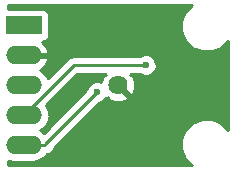
<source format=gbl>
G04 #@! TF.FileFunction,Copper,L2,Bot,Signal*
%FSLAX46Y46*%
G04 Gerber Fmt 4.6, Leading zero omitted, Abs format (unit mm)*
G04 Created by KiCad (PCBNEW 4.0.1-stable) date 2017/04/29 17:49:22*
%MOMM*%
G01*
G04 APERTURE LIST*
%ADD10C,0.050000*%
%ADD11R,3.048000X1.524000*%
%ADD12O,3.048000X1.524000*%
%ADD13C,1.625000*%
%ADD14C,0.800000*%
%ADD15C,0.600000*%
%ADD16C,0.300000*%
%ADD17C,0.250000*%
%ADD18C,0.254000*%
G04 APERTURE END LIST*
D10*
D11*
X142000000Y-102420000D03*
D12*
X142000000Y-104960000D03*
X142000000Y-107500000D03*
X142000000Y-110040000D03*
X142000000Y-112580000D03*
D13*
X150000000Y-107500000D03*
D14*
X147000000Y-107500000D03*
X146000000Y-104500000D03*
X144500000Y-110000000D03*
X149500000Y-112000000D03*
X153500000Y-105500000D03*
D15*
X152361000Y-105797900D03*
X148213800Y-108081400D03*
D16*
X144500000Y-110000000D02*
X147000000Y-107500000D01*
D17*
X146242100Y-105797900D02*
X142000000Y-110040000D01*
X152361000Y-105797900D02*
X146242100Y-105797900D01*
X143849300Y-112445900D02*
X143849300Y-112580000D01*
X148213800Y-108081400D02*
X143849300Y-112445900D01*
X142000000Y-112580000D02*
X143849300Y-112580000D01*
D18*
G36*
X155691091Y-101289041D02*
X155365372Y-102073459D01*
X155364630Y-102922815D01*
X155688980Y-103707800D01*
X156289041Y-104308909D01*
X157073459Y-104634628D01*
X157922815Y-104635370D01*
X158707800Y-104311020D01*
X159290000Y-103729835D01*
X159290000Y-111271143D01*
X158710959Y-110691091D01*
X157926541Y-110365372D01*
X157077185Y-110364630D01*
X156292200Y-110688980D01*
X155691091Y-111289041D01*
X155365372Y-112073459D01*
X155364630Y-112922815D01*
X155688980Y-113707800D01*
X156270165Y-114290000D01*
X140710000Y-114290000D01*
X140710000Y-113880388D01*
X141195703Y-113977000D01*
X142804297Y-113977000D01*
X143338906Y-113870660D01*
X143792125Y-113567828D01*
X143958926Y-113318194D01*
X144140139Y-113282148D01*
X144386701Y-113117401D01*
X144551448Y-112870839D01*
X144564431Y-112805571D01*
X148353480Y-109016522D01*
X148398967Y-109016562D01*
X148742743Y-108874517D01*
X149005992Y-108611727D01*
X149012469Y-108596129D01*
X149047974Y-108631634D01*
X149162807Y-108516801D01*
X149238475Y-108764214D01*
X149780237Y-108959405D01*
X150355455Y-108932414D01*
X150761525Y-108764214D01*
X150837194Y-108516799D01*
X150000000Y-107679605D01*
X149985858Y-107693748D01*
X149806253Y-107514143D01*
X149820395Y-107500000D01*
X149806253Y-107485858D01*
X149985858Y-107306253D01*
X150000000Y-107320395D01*
X150014143Y-107306253D01*
X150193748Y-107485858D01*
X150179605Y-107500000D01*
X151016799Y-108337194D01*
X151264214Y-108261525D01*
X151459405Y-107719763D01*
X151432414Y-107144545D01*
X151264214Y-106738475D01*
X151016801Y-106662807D01*
X151121708Y-106557900D01*
X151798537Y-106557900D01*
X151830673Y-106590092D01*
X152174201Y-106732738D01*
X152546167Y-106733062D01*
X152889943Y-106591017D01*
X153153192Y-106328227D01*
X153295838Y-105984699D01*
X153296162Y-105612733D01*
X153154117Y-105268957D01*
X152891327Y-105005708D01*
X152547799Y-104863062D01*
X152175833Y-104862738D01*
X151832057Y-105004783D01*
X151798882Y-105037900D01*
X146242100Y-105037900D01*
X145951260Y-105095752D01*
X145704699Y-105260499D01*
X144056845Y-106908353D01*
X143792125Y-106512172D01*
X143354338Y-106219651D01*
X143413941Y-106202059D01*
X143839630Y-105858026D01*
X144101260Y-105377277D01*
X144116220Y-105303070D01*
X143993720Y-105087000D01*
X142127000Y-105087000D01*
X142127000Y-105107000D01*
X141873000Y-105107000D01*
X141873000Y-105087000D01*
X141853000Y-105087000D01*
X141853000Y-104833000D01*
X141873000Y-104833000D01*
X141873000Y-104813000D01*
X142127000Y-104813000D01*
X142127000Y-104833000D01*
X143993720Y-104833000D01*
X144116220Y-104616930D01*
X144101260Y-104542723D01*
X143839630Y-104061974D01*
X143546634Y-103825181D01*
X143759317Y-103785162D01*
X143975441Y-103646090D01*
X144120431Y-103433890D01*
X144171440Y-103182000D01*
X144171440Y-101658000D01*
X144127162Y-101422683D01*
X143988090Y-101206559D01*
X143775890Y-101061569D01*
X143524000Y-101010560D01*
X140710000Y-101010560D01*
X140710000Y-100710000D01*
X156271143Y-100710000D01*
X155691091Y-101289041D01*
X155691091Y-101289041D01*
G37*
X155691091Y-101289041D02*
X155365372Y-102073459D01*
X155364630Y-102922815D01*
X155688980Y-103707800D01*
X156289041Y-104308909D01*
X157073459Y-104634628D01*
X157922815Y-104635370D01*
X158707800Y-104311020D01*
X159290000Y-103729835D01*
X159290000Y-111271143D01*
X158710959Y-110691091D01*
X157926541Y-110365372D01*
X157077185Y-110364630D01*
X156292200Y-110688980D01*
X155691091Y-111289041D01*
X155365372Y-112073459D01*
X155364630Y-112922815D01*
X155688980Y-113707800D01*
X156270165Y-114290000D01*
X140710000Y-114290000D01*
X140710000Y-113880388D01*
X141195703Y-113977000D01*
X142804297Y-113977000D01*
X143338906Y-113870660D01*
X143792125Y-113567828D01*
X143958926Y-113318194D01*
X144140139Y-113282148D01*
X144386701Y-113117401D01*
X144551448Y-112870839D01*
X144564431Y-112805571D01*
X148353480Y-109016522D01*
X148398967Y-109016562D01*
X148742743Y-108874517D01*
X149005992Y-108611727D01*
X149012469Y-108596129D01*
X149047974Y-108631634D01*
X149162807Y-108516801D01*
X149238475Y-108764214D01*
X149780237Y-108959405D01*
X150355455Y-108932414D01*
X150761525Y-108764214D01*
X150837194Y-108516799D01*
X150000000Y-107679605D01*
X149985858Y-107693748D01*
X149806253Y-107514143D01*
X149820395Y-107500000D01*
X149806253Y-107485858D01*
X149985858Y-107306253D01*
X150000000Y-107320395D01*
X150014143Y-107306253D01*
X150193748Y-107485858D01*
X150179605Y-107500000D01*
X151016799Y-108337194D01*
X151264214Y-108261525D01*
X151459405Y-107719763D01*
X151432414Y-107144545D01*
X151264214Y-106738475D01*
X151016801Y-106662807D01*
X151121708Y-106557900D01*
X151798537Y-106557900D01*
X151830673Y-106590092D01*
X152174201Y-106732738D01*
X152546167Y-106733062D01*
X152889943Y-106591017D01*
X153153192Y-106328227D01*
X153295838Y-105984699D01*
X153296162Y-105612733D01*
X153154117Y-105268957D01*
X152891327Y-105005708D01*
X152547799Y-104863062D01*
X152175833Y-104862738D01*
X151832057Y-105004783D01*
X151798882Y-105037900D01*
X146242100Y-105037900D01*
X145951260Y-105095752D01*
X145704699Y-105260499D01*
X144056845Y-106908353D01*
X143792125Y-106512172D01*
X143354338Y-106219651D01*
X143413941Y-106202059D01*
X143839630Y-105858026D01*
X144101260Y-105377277D01*
X144116220Y-105303070D01*
X143993720Y-105087000D01*
X142127000Y-105087000D01*
X142127000Y-105107000D01*
X141873000Y-105107000D01*
X141873000Y-105087000D01*
X141853000Y-105087000D01*
X141853000Y-104833000D01*
X141873000Y-104833000D01*
X141873000Y-104813000D01*
X142127000Y-104813000D01*
X142127000Y-104833000D01*
X143993720Y-104833000D01*
X144116220Y-104616930D01*
X144101260Y-104542723D01*
X143839630Y-104061974D01*
X143546634Y-103825181D01*
X143759317Y-103785162D01*
X143975441Y-103646090D01*
X144120431Y-103433890D01*
X144171440Y-103182000D01*
X144171440Y-101658000D01*
X144127162Y-101422683D01*
X143988090Y-101206559D01*
X143775890Y-101061569D01*
X143524000Y-101010560D01*
X140710000Y-101010560D01*
X140710000Y-100710000D01*
X156271143Y-100710000D01*
X155691091Y-101289041D01*
G36*
X148983199Y-106662807D02*
X148735786Y-106738475D01*
X148564270Y-107214525D01*
X148400599Y-107146562D01*
X148028633Y-107146238D01*
X147684857Y-107288283D01*
X147421608Y-107551073D01*
X147278962Y-107894601D01*
X147278921Y-107941477D01*
X143693875Y-111526523D01*
X143369826Y-111310000D01*
X143792125Y-111027828D01*
X144094957Y-110574609D01*
X144201297Y-110040000D01*
X144094957Y-109505391D01*
X143900474Y-109214328D01*
X146556902Y-106557900D01*
X148878292Y-106557900D01*
X148983199Y-106662807D01*
X148983199Y-106662807D01*
G37*
X148983199Y-106662807D02*
X148735786Y-106738475D01*
X148564270Y-107214525D01*
X148400599Y-107146562D01*
X148028633Y-107146238D01*
X147684857Y-107288283D01*
X147421608Y-107551073D01*
X147278962Y-107894601D01*
X147278921Y-107941477D01*
X143693875Y-111526523D01*
X143369826Y-111310000D01*
X143792125Y-111027828D01*
X144094957Y-110574609D01*
X144201297Y-110040000D01*
X144094957Y-109505391D01*
X143900474Y-109214328D01*
X146556902Y-106557900D01*
X148878292Y-106557900D01*
X148983199Y-106662807D01*
M02*

</source>
